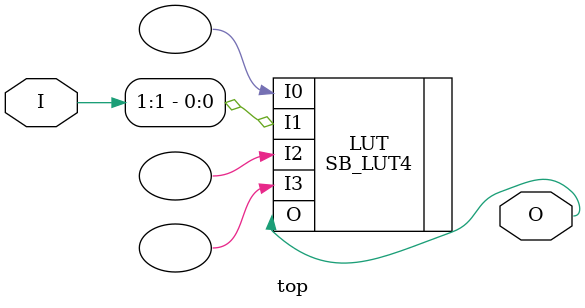
<source format=v>
module top( (* keep *) input [3:0] I, output O);
    //Cell instances
    SB_LUT4 #(
        .LUT_INIT(16'b0100000000000000)
    ) LUT  (
        .I0(),
        .I1(I[1]),
        .I2(),
        .I3(),
        .O(O)
    );
endmodule // top

</source>
